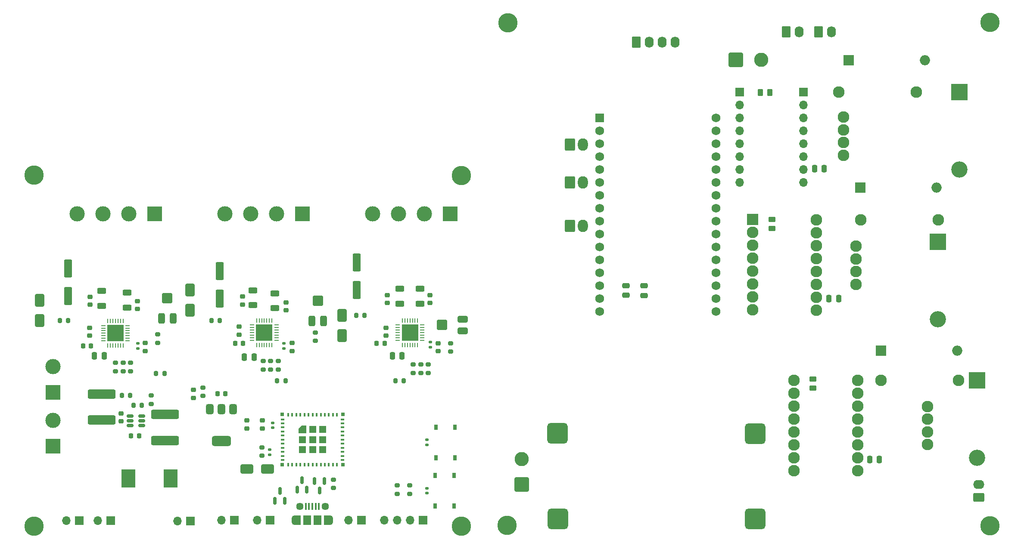
<source format=gbr>
%TF.GenerationSoftware,KiCad,Pcbnew,9.0.0*%
%TF.CreationDate,2025-05-09T16:36:09-07:00*%
%TF.ProjectId,Motor_Controller_Board_v1,4d6f746f-725f-4436-9f6e-74726f6c6c65,v1*%
%TF.SameCoordinates,Original*%
%TF.FileFunction,Soldermask,Top*%
%TF.FilePolarity,Negative*%
%FSLAX46Y46*%
G04 Gerber Fmt 4.6, Leading zero omitted, Abs format (unit mm)*
G04 Created by KiCad (PCBNEW 9.0.0) date 2025-05-09 16:36:09*
%MOMM*%
%LPD*%
G01*
G04 APERTURE LIST*
G04 Aperture macros list*
%AMRoundRect*
0 Rectangle with rounded corners*
0 $1 Rounding radius*
0 $2 $3 $4 $5 $6 $7 $8 $9 X,Y pos of 4 corners*
0 Add a 4 corners polygon primitive as box body*
4,1,4,$2,$3,$4,$5,$6,$7,$8,$9,$2,$3,0*
0 Add four circle primitives for the rounded corners*
1,1,$1+$1,$2,$3*
1,1,$1+$1,$4,$5*
1,1,$1+$1,$6,$7*
1,1,$1+$1,$8,$9*
0 Add four rect primitives between the rounded corners*
20,1,$1+$1,$2,$3,$4,$5,0*
20,1,$1+$1,$4,$5,$6,$7,0*
20,1,$1+$1,$6,$7,$8,$9,0*
20,1,$1+$1,$8,$9,$2,$3,0*%
%AMFreePoly0*
4,1,6,0.725000,-0.725000,-0.725000,-0.725000,-0.725000,0.125000,-0.125000,0.725000,0.725000,0.725000,0.725000,-0.725000,0.725000,-0.725000,$1*%
G04 Aperture macros list end*
%ADD10R,0.750000X1.000000*%
%ADD11RoundRect,0.150000X0.150000X-0.587500X0.150000X0.587500X-0.150000X0.587500X-0.150000X-0.587500X0*%
%ADD12RoundRect,0.225000X-0.250000X0.225000X-0.250000X-0.225000X0.250000X-0.225000X0.250000X0.225000X0*%
%ADD13RoundRect,0.225000X0.250000X-0.225000X0.250000X0.225000X-0.250000X0.225000X-0.250000X-0.225000X0*%
%ADD14RoundRect,0.250000X0.550000X-1.500000X0.550000X1.500000X-0.550000X1.500000X-0.550000X-1.500000X0*%
%ADD15RoundRect,0.140000X0.170000X-0.140000X0.170000X0.140000X-0.170000X0.140000X-0.170000X-0.140000X0*%
%ADD16RoundRect,0.250000X-0.750000X0.400000X-0.750000X-0.400000X0.750000X-0.400000X0.750000X0.400000X0*%
%ADD17RoundRect,0.250000X-0.750000X0.750000X-0.750000X-0.750000X0.750000X-0.750000X0.750000X0.750000X0*%
%ADD18RoundRect,0.250000X0.400000X0.750000X-0.400000X0.750000X-0.400000X-0.750000X0.400000X-0.750000X0*%
%ADD19RoundRect,0.250000X0.750000X0.750000X-0.750000X0.750000X-0.750000X-0.750000X0.750000X-0.750000X0*%
%ADD20R,3.000000X3.000000*%
%ADD21C,3.000000*%
%ADD22RoundRect,0.250000X-1.000000X-0.650000X1.000000X-0.650000X1.000000X0.650000X-1.000000X0.650000X0*%
%ADD23RoundRect,0.225000X-0.225000X-0.250000X0.225000X-0.250000X0.225000X0.250000X-0.225000X0.250000X0*%
%ADD24RoundRect,0.200000X0.200000X0.275000X-0.200000X0.275000X-0.200000X-0.275000X0.200000X-0.275000X0*%
%ADD25R,1.700000X1.700000*%
%ADD26O,1.700000X1.700000*%
%ADD27C,3.800000*%
%ADD28RoundRect,0.200000X0.275000X-0.200000X0.275000X0.200000X-0.275000X0.200000X-0.275000X-0.200000X0*%
%ADD29RoundRect,0.200000X-0.275000X0.200000X-0.275000X-0.200000X0.275000X-0.200000X0.275000X0.200000X0*%
%ADD30RoundRect,0.250000X2.450000X-0.650000X2.450000X0.650000X-2.450000X0.650000X-2.450000X-0.650000X0*%
%ADD31RoundRect,0.218750X0.256250X-0.218750X0.256250X0.218750X-0.256250X0.218750X-0.256250X-0.218750X0*%
%ADD32RoundRect,0.250000X0.625000X-0.312500X0.625000X0.312500X-0.625000X0.312500X-0.625000X-0.312500X0*%
%ADD33RoundRect,0.250000X0.250000X0.475000X-0.250000X0.475000X-0.250000X-0.475000X0.250000X-0.475000X0*%
%ADD34RoundRect,0.140000X-0.170000X0.140000X-0.170000X-0.140000X0.170000X-0.140000X0.170000X0.140000X0*%
%ADD35RoundRect,0.250000X0.650000X-1.000000X0.650000X1.000000X-0.650000X1.000000X-0.650000X-1.000000X0*%
%ADD36RoundRect,0.200000X-0.200000X-0.275000X0.200000X-0.275000X0.200000X0.275000X-0.200000X0.275000X0*%
%ADD37RoundRect,0.062500X-0.387500X-0.062500X0.387500X-0.062500X0.387500X0.062500X-0.387500X0.062500X0*%
%ADD38RoundRect,0.062500X-0.062500X-0.387500X0.062500X-0.387500X0.062500X0.387500X-0.062500X0.387500X0*%
%ADD39R,3.250000X3.250000*%
%ADD40RoundRect,0.225000X0.225000X0.250000X-0.225000X0.250000X-0.225000X-0.250000X0.225000X-0.250000X0*%
%ADD41R,2.700000X3.600000*%
%ADD42R,0.400000X1.350000*%
%ADD43O,1.200000X1.900000*%
%ADD44R,1.200000X1.900000*%
%ADD45C,1.450000*%
%ADD46R,1.500000X1.900000*%
%ADD47RoundRect,0.375000X-0.375000X0.625000X-0.375000X-0.625000X0.375000X-0.625000X0.375000X0.625000X0*%
%ADD48RoundRect,0.500000X-1.400000X0.500000X-1.400000X-0.500000X1.400000X-0.500000X1.400000X0.500000X0*%
%ADD49RoundRect,0.150000X0.512500X0.150000X-0.512500X0.150000X-0.512500X-0.150000X0.512500X-0.150000X0*%
%ADD50RoundRect,0.150000X-0.150000X0.587500X-0.150000X-0.587500X0.150000X-0.587500X0.150000X0.587500X0*%
%ADD51R,0.800000X0.400000*%
%ADD52R,0.400000X0.800000*%
%ADD53FreePoly0,0.000000*%
%ADD54R,1.450000X1.450000*%
%ADD55R,0.700000X0.700000*%
%ADD56RoundRect,0.250000X-0.650000X1.000000X-0.650000X-1.000000X0.650000X-1.000000X0.650000X1.000000X0*%
%ADD57O,2.286000X2.286000*%
%ADD58RoundRect,0.250000X0.845000X-0.620000X0.845000X0.620000X-0.845000X0.620000X-0.845000X-0.620000X0*%
%ADD59O,2.190000X1.740000*%
%ADD60RoundRect,0.250001X-1.149999X-1.149999X1.149999X-1.149999X1.149999X1.149999X-1.149999X1.149999X0*%
%ADD61C,2.800000*%
%ADD62RoundRect,0.250000X-0.620000X-0.845000X0.620000X-0.845000X0.620000X0.845000X-0.620000X0.845000X0*%
%ADD63O,1.740000X2.190000*%
%ADD64R,2.286000X2.286000*%
%ADD65RoundRect,0.250001X1.149999X-1.149999X1.149999X1.149999X-1.149999X1.149999X-1.149999X-1.149999X0*%
%ADD66R,3.200000X3.200000*%
%ADD67O,3.200000X3.200000*%
%ADD68R,2.000000X2.000000*%
%ADD69O,2.000000X2.000000*%
%ADD70RoundRect,0.286494X-0.710506X-0.935506X0.710506X-0.935506X0.710506X0.935506X-0.710506X0.935506X0*%
%ADD71O,1.994000X2.444000*%
%ADD72RoundRect,0.250000X-0.262500X-0.450000X0.262500X-0.450000X0.262500X0.450000X-0.262500X0.450000X0*%
%ADD73RoundRect,0.250000X-0.450000X0.262500X-0.450000X-0.262500X0.450000X-0.262500X0.450000X0.262500X0*%
%ADD74RoundRect,0.600000X-1.400000X-1.400000X1.400000X-1.400000X1.400000X1.400000X-1.400000X1.400000X0*%
%ADD75RoundRect,0.250000X0.475000X-0.250000X0.475000X0.250000X-0.475000X0.250000X-0.475000X-0.250000X0*%
%ADD76RoundRect,0.102000X-0.762000X-0.762000X0.762000X-0.762000X0.762000X0.762000X-0.762000X0.762000X0*%
%ADD77C,1.728000*%
G04 APERTURE END LIST*
D10*
%TO.C,SW301*%
X131180000Y-121500000D03*
X131180000Y-127500000D03*
X127430000Y-121500000D03*
X127430000Y-127500000D03*
%TD*%
D11*
%TO.C,D304*%
X95830000Y-135950000D03*
X97730000Y-135950000D03*
X96780000Y-134075000D03*
%TD*%
D12*
%TO.C,C424*%
X88780000Y-101725000D03*
X88780000Y-103275000D03*
%TD*%
D13*
%TO.C,C206*%
X90330000Y-121725000D03*
X90330000Y-120175000D03*
%TD*%
D14*
%TO.C,C407*%
X111875000Y-94500000D03*
X111875000Y-89100000D03*
%TD*%
D15*
%TO.C,C409*%
X68880000Y-105980000D03*
X68880000Y-105020000D03*
%TD*%
D16*
%TO.C,RV401*%
X132680000Y-100250000D03*
D17*
X128680000Y-101400000D03*
D16*
X132680000Y-102550000D03*
%TD*%
D18*
%TO.C,RV402*%
X75830000Y-100100000D03*
D19*
X74680000Y-96100000D03*
D18*
X73530000Y-100100000D03*
%TD*%
D20*
%TO.C,J401*%
X130230000Y-79500000D03*
D21*
X125150000Y-79500000D03*
X120070000Y-79500000D03*
X114990000Y-79500000D03*
%TD*%
D22*
%TO.C,D303*%
X90330000Y-129700000D03*
X94330000Y-129700000D03*
%TD*%
D23*
%TO.C,C205*%
X84555000Y-114950000D03*
X86105000Y-114950000D03*
%TD*%
D24*
%TO.C,R410*%
X55185000Y-100500000D03*
X53535000Y-100500000D03*
%TD*%
D12*
%TO.C,C408*%
X117610000Y-101950000D03*
X117610000Y-103500000D03*
%TD*%
D25*
%TO.C,J301*%
X124900000Y-139775000D03*
D26*
X122360000Y-139775000D03*
X119820000Y-139775000D03*
X117280000Y-139775000D03*
%TD*%
D27*
%TO.C,H201*%
X132480000Y-72000000D03*
%TD*%
%TO.C,H204*%
X48480000Y-71920000D03*
%TD*%
D15*
%TO.C,C417*%
X97580000Y-105980000D03*
X97580000Y-105020000D03*
%TD*%
D27*
%TO.C,H203*%
X48480000Y-141000000D03*
%TD*%
D11*
%TO.C,D301*%
X100180000Y-133825000D03*
X102080000Y-133825000D03*
X101130000Y-131950000D03*
%TD*%
D28*
%TO.C,R406*%
X123000000Y-110825000D03*
X123000000Y-109175000D03*
%TD*%
D20*
%TO.C,J403*%
X101230000Y-79500000D03*
D21*
X96150000Y-79500000D03*
X91070000Y-79500000D03*
X85990000Y-79500000D03*
%TD*%
D29*
%TO.C,R407*%
X72780000Y-103250000D03*
X72780000Y-104900000D03*
%TD*%
D25*
%TO.C,J304*%
X94860000Y-139775000D03*
D26*
X92320000Y-139775000D03*
%TD*%
D25*
%TO.C,J206*%
X63580000Y-139900000D03*
D26*
X61040000Y-139900000D03*
%TD*%
D15*
%TO.C,C401*%
X126360000Y-105730000D03*
X126360000Y-104770000D03*
%TD*%
D29*
%TO.C,R203*%
X71480000Y-115275000D03*
X71480000Y-116925000D03*
%TD*%
%TO.C,R201*%
X81680000Y-113710000D03*
X81680000Y-115360000D03*
%TD*%
D30*
%TO.C,C204*%
X74180000Y-124100000D03*
X74180000Y-119000000D03*
%TD*%
D31*
%TO.C,D201*%
X79830000Y-115737500D03*
X79830000Y-114162500D03*
%TD*%
D29*
%TO.C,R302*%
X122330000Y-132950000D03*
X122330000Y-134600000D03*
%TD*%
%TO.C,R412*%
X103780000Y-102850000D03*
X103780000Y-104500000D03*
%TD*%
D32*
%TO.C,R421*%
X91480000Y-97500000D03*
X91480000Y-94575000D03*
%TD*%
D25*
%TO.C,J305*%
X87860000Y-139775000D03*
D26*
X85320000Y-139775000D03*
%TD*%
D33*
%TO.C,C412*%
X62260000Y-107500000D03*
X60360000Y-107500000D03*
%TD*%
D34*
%TO.C,C304*%
X94752000Y-125950000D03*
X94752000Y-126910000D03*
%TD*%
D25*
%TO.C,J303*%
X112820000Y-139775000D03*
D26*
X110280000Y-139775000D03*
%TD*%
D14*
%TO.C,C415*%
X55180000Y-95700000D03*
X55180000Y-90300000D03*
%TD*%
D32*
%TO.C,R420*%
X95770000Y-98100000D03*
X95770000Y-95175000D03*
%TD*%
D34*
%TO.C,C301*%
X95340000Y-120645000D03*
X95340000Y-121605000D03*
%TD*%
D30*
%TO.C,C202*%
X61780000Y-120100000D03*
X61780000Y-115000000D03*
%TD*%
D35*
%TO.C,D403*%
X79110000Y-98500000D03*
X79110000Y-94500000D03*
%TD*%
D12*
%TO.C,C421*%
X89480000Y-95795000D03*
X89480000Y-97345000D03*
%TD*%
D33*
%TO.C,C404*%
X120810000Y-107500000D03*
X118910000Y-107500000D03*
%TD*%
D32*
%TO.C,R404*%
X124360000Y-97212500D03*
X124360000Y-94287500D03*
%TD*%
D36*
%TO.C,R202*%
X65730000Y-115250000D03*
X67380000Y-115250000D03*
%TD*%
D29*
%TO.C,R401*%
X130380000Y-104975000D03*
X130380000Y-106625000D03*
%TD*%
D25*
%TO.C,J207*%
X57355000Y-139900000D03*
D26*
X54815000Y-139900000D03*
%TD*%
D37*
%TO.C,U401*%
X119960000Y-101400000D03*
X119960000Y-101900000D03*
X119960000Y-102400000D03*
X119960000Y-102900000D03*
X119960000Y-103400000D03*
X119960000Y-103900000D03*
X119960000Y-104400000D03*
D38*
X120860000Y-105300000D03*
X121360000Y-105300000D03*
X121860000Y-105300000D03*
X122360000Y-105300000D03*
X122860000Y-105300000D03*
X123360000Y-105300000D03*
X123860000Y-105300000D03*
D37*
X124760000Y-104400000D03*
X124760000Y-103900000D03*
X124760000Y-103400000D03*
X124760000Y-102900000D03*
X124760000Y-102400000D03*
X124760000Y-101900000D03*
X124760000Y-101400000D03*
D38*
X123860000Y-100500000D03*
X123360000Y-100500000D03*
X122860000Y-100500000D03*
X122360000Y-100500000D03*
X121860000Y-100500000D03*
X121360000Y-100500000D03*
X120860000Y-100500000D03*
D39*
X122360000Y-102900000D03*
%TD*%
D29*
%TO.C,R303*%
X119820000Y-132950000D03*
X119820000Y-134600000D03*
%TD*%
D40*
%TO.C,C411*%
X59655000Y-105500000D03*
X58105000Y-105500000D03*
%TD*%
D20*
%TO.C,J203*%
X52180000Y-114640000D03*
D21*
X52180000Y-109560000D03*
%TD*%
D41*
%TO.C,L201*%
X67030000Y-131550000D03*
X75330000Y-131550000D03*
%TD*%
D42*
%TO.C,J302*%
X101880000Y-137075000D03*
X102530000Y-137075000D03*
X103180000Y-137075000D03*
X103830000Y-137075000D03*
X104480000Y-137075000D03*
D43*
X99680000Y-139775000D03*
D44*
X100280000Y-139775000D03*
D45*
X100680000Y-137075000D03*
D46*
X102180000Y-139775000D03*
X104180000Y-139775000D03*
D45*
X105680000Y-137075000D03*
D44*
X106080000Y-139775000D03*
D43*
X106680000Y-139775000D03*
%TD*%
D40*
%TO.C,C419*%
X89530000Y-105000000D03*
X87980000Y-105000000D03*
%TD*%
D35*
%TO.C,D402*%
X49580000Y-100500000D03*
X49580000Y-96500000D03*
%TD*%
D12*
%TO.C,C406*%
X126300000Y-95505000D03*
X126300000Y-97055000D03*
%TD*%
D28*
%TO.C,R423*%
X96480000Y-110150000D03*
X96480000Y-108500000D03*
%TD*%
D12*
%TO.C,C422*%
X97980000Y-96950000D03*
X97980000Y-98500000D03*
%TD*%
D28*
%TO.C,R422*%
X93480000Y-110150000D03*
X93480000Y-108500000D03*
%TD*%
D24*
%TO.C,R409*%
X121130000Y-112400000D03*
X119480000Y-112400000D03*
%TD*%
D47*
%TO.C,U202*%
X87630000Y-117950000D03*
X85330000Y-117950000D03*
D48*
X85330000Y-124250000D03*
D47*
X83030000Y-117950000D03*
%TD*%
D49*
%TO.C,U201*%
X69605000Y-121200000D03*
X69605000Y-120250000D03*
X69605000Y-119300000D03*
X67330000Y-119300000D03*
X67330000Y-120250000D03*
X67330000Y-121200000D03*
%TD*%
D34*
%TO.C,C305*%
X125680000Y-133500000D03*
X125680000Y-134460000D03*
%TD*%
D37*
%TO.C,U403*%
X91330000Y-101400000D03*
X91330000Y-101900000D03*
X91330000Y-102400000D03*
X91330000Y-102900000D03*
X91330000Y-103400000D03*
X91330000Y-103900000D03*
X91330000Y-104400000D03*
D38*
X92230000Y-105300000D03*
X92730000Y-105300000D03*
X93230000Y-105300000D03*
X93730000Y-105300000D03*
X94230000Y-105300000D03*
X94730000Y-105300000D03*
X95230000Y-105300000D03*
D37*
X96130000Y-104400000D03*
X96130000Y-103900000D03*
X96130000Y-103400000D03*
X96130000Y-102900000D03*
X96130000Y-102400000D03*
X96130000Y-101900000D03*
X96130000Y-101400000D03*
D38*
X95230000Y-100500000D03*
X94730000Y-100500000D03*
X94230000Y-100500000D03*
X93730000Y-100500000D03*
X93230000Y-100500000D03*
X92730000Y-100500000D03*
X92230000Y-100500000D03*
D39*
X93730000Y-102900000D03*
%TD*%
D20*
%TO.C,J402*%
X72220000Y-79500000D03*
D21*
X67140000Y-79500000D03*
X62060000Y-79500000D03*
X56980000Y-79500000D03*
%TD*%
D37*
%TO.C,U402*%
X62080000Y-101500000D03*
X62080000Y-102000000D03*
X62080000Y-102500000D03*
X62080000Y-103000000D03*
X62080000Y-103500000D03*
X62080000Y-104000000D03*
X62080000Y-104500000D03*
D38*
X62980000Y-105400000D03*
X63480000Y-105400000D03*
X63980000Y-105400000D03*
X64480000Y-105400000D03*
X64980000Y-105400000D03*
X65480000Y-105400000D03*
X65980000Y-105400000D03*
D37*
X66880000Y-104500000D03*
X66880000Y-104000000D03*
X66880000Y-103500000D03*
X66880000Y-103000000D03*
X66880000Y-102500000D03*
X66880000Y-102000000D03*
X66880000Y-101500000D03*
D38*
X65980000Y-100600000D03*
X65480000Y-100600000D03*
X64980000Y-100600000D03*
X64480000Y-100600000D03*
X63980000Y-100600000D03*
X63480000Y-100600000D03*
X62980000Y-100600000D03*
D39*
X64480000Y-103000000D03*
%TD*%
D12*
%TO.C,C405*%
X117910000Y-95495000D03*
X117910000Y-97045000D03*
%TD*%
D50*
%TO.C,D302*%
X105530000Y-132075000D03*
X103630000Y-132075000D03*
X104580000Y-133950000D03*
%TD*%
D12*
%TO.C,C416*%
X59360000Y-101950000D03*
X59360000Y-103500000D03*
%TD*%
D32*
%TO.C,R413*%
X66780000Y-97937500D03*
X66780000Y-95012500D03*
%TD*%
D28*
%TO.C,R304*%
X107330000Y-133450000D03*
X107330000Y-131800000D03*
%TD*%
D36*
%TO.C,R424*%
X72455000Y-110900000D03*
X74105000Y-110900000D03*
%TD*%
D23*
%TO.C,C201*%
X67555000Y-123200000D03*
X69105000Y-123200000D03*
%TD*%
D51*
%TO.C,U301*%
X97330000Y-119950000D03*
X97330000Y-120750000D03*
X97330000Y-121550000D03*
X97330000Y-122350000D03*
X97330000Y-123150000D03*
X97330000Y-123950000D03*
X97330000Y-124750000D03*
X97330000Y-125550000D03*
X97330000Y-126350000D03*
X97330000Y-127150000D03*
X97330000Y-127950000D03*
D52*
X98430000Y-128850000D03*
X99230000Y-128850000D03*
X100030000Y-128850000D03*
X100830000Y-128850000D03*
X101630000Y-128850000D03*
X102430000Y-128850000D03*
X103230000Y-128850000D03*
X104030000Y-128850000D03*
X104830000Y-128850000D03*
X105630000Y-128850000D03*
X106430000Y-128850000D03*
X107230000Y-128850000D03*
X108030000Y-128850000D03*
D51*
X109130000Y-127950000D03*
X109130000Y-127150000D03*
X109130000Y-126350000D03*
X109130000Y-125550000D03*
X109130000Y-124750000D03*
X109130000Y-123950000D03*
X109130000Y-123150000D03*
X109130000Y-122350000D03*
X109130000Y-121550000D03*
X109130000Y-120750000D03*
X109130000Y-119950000D03*
D52*
X108030000Y-119050000D03*
X107230000Y-119050000D03*
X106430000Y-119050000D03*
X105630000Y-119050000D03*
X104830000Y-119050000D03*
X104030000Y-119050000D03*
X103230000Y-119050000D03*
X102430000Y-119050000D03*
X101630000Y-119050000D03*
X100830000Y-119050000D03*
X100030000Y-119050000D03*
X99230000Y-119050000D03*
X98430000Y-119050000D03*
D53*
X101255000Y-121975000D03*
D54*
X101255000Y-123950000D03*
X101255000Y-125925000D03*
X103230000Y-121975000D03*
X103230000Y-123950000D03*
X103230000Y-125925000D03*
X105205000Y-121975000D03*
X105205000Y-123950000D03*
X105205000Y-125925000D03*
D55*
X109180000Y-119000000D03*
X109180000Y-128900000D03*
X97280000Y-128900000D03*
X97280000Y-119000000D03*
%TD*%
D13*
%TO.C,C302*%
X93330000Y-121725000D03*
X93330000Y-120175000D03*
%TD*%
D34*
%TO.C,C303*%
X125680000Y-124000000D03*
X125680000Y-124960000D03*
%TD*%
D36*
%TO.C,R204*%
X68005000Y-117200000D03*
X69655000Y-117200000D03*
%TD*%
D27*
%TO.C,H202*%
X132480000Y-141000000D03*
%TD*%
D28*
%TO.C,R301*%
X93252000Y-127100000D03*
X93252000Y-125450000D03*
%TD*%
%TO.C,R416*%
X67480000Y-110500000D03*
X67480000Y-108850000D03*
%TD*%
D32*
%TO.C,R405*%
X120360000Y-97212500D03*
X120360000Y-94287500D03*
%TD*%
D20*
%TO.C,J201*%
X52180000Y-125200000D03*
D21*
X52180000Y-120120000D03*
%TD*%
D10*
%TO.C,SW302*%
X131055000Y-131000000D03*
X131055000Y-137000000D03*
X127305000Y-131000000D03*
X127305000Y-137000000D03*
%TD*%
D12*
%TO.C,C410*%
X70360000Y-104950000D03*
X70360000Y-106500000D03*
%TD*%
D28*
%TO.C,R408*%
X125980000Y-110825000D03*
X125980000Y-109175000D03*
%TD*%
D24*
%TO.C,R417*%
X84980000Y-100500000D03*
X83330000Y-100500000D03*
%TD*%
D18*
%TO.C,RV403*%
X105380000Y-100600000D03*
D19*
X104230000Y-96600000D03*
D18*
X103080000Y-100600000D03*
%TD*%
D12*
%TO.C,C414*%
X68780000Y-96700000D03*
X68780000Y-98250000D03*
%TD*%
D28*
%TO.C,R418*%
X94980000Y-110150000D03*
X94980000Y-108500000D03*
%TD*%
D12*
%TO.C,C203*%
X65580000Y-118775000D03*
X65580000Y-120325000D03*
%TD*%
%TO.C,C402*%
X127860000Y-105000000D03*
X127860000Y-106550000D03*
%TD*%
D36*
%TO.C,R419*%
X96230000Y-112400000D03*
X97880000Y-112400000D03*
%TD*%
D28*
%TO.C,R411*%
X65980000Y-110500000D03*
X65980000Y-108850000D03*
%TD*%
D56*
%TO.C,D401*%
X109030000Y-99475000D03*
X109030000Y-103475000D03*
%TD*%
D32*
%TO.C,R414*%
X61780000Y-97632500D03*
X61780000Y-94707500D03*
%TD*%
D28*
%TO.C,R415*%
X64480000Y-110500000D03*
X64480000Y-108850000D03*
%TD*%
D25*
%TO.C,J202*%
X79180000Y-139950000D03*
D26*
X76640000Y-139950000D03*
%TD*%
D40*
%TO.C,C403*%
X117360000Y-105000000D03*
X115810000Y-105000000D03*
%TD*%
D12*
%TO.C,C418*%
X99230000Y-104950000D03*
X99230000Y-106500000D03*
%TD*%
D14*
%TO.C,C423*%
X84980000Y-96200000D03*
X84980000Y-90800000D03*
%TD*%
D12*
%TO.C,C413*%
X59510000Y-95870000D03*
X59510000Y-97420000D03*
%TD*%
D24*
%TO.C,R402*%
X113435000Y-99500000D03*
X111785000Y-99500000D03*
%TD*%
D28*
%TO.C,R403*%
X124480000Y-110825000D03*
X124480000Y-109175000D03*
%TD*%
D33*
%TO.C,C420*%
X91730000Y-107750000D03*
X89830000Y-107750000D03*
%TD*%
D57*
%TO.C,J26*%
X209979351Y-85889228D03*
X209979351Y-88389228D03*
X209979351Y-90889228D03*
X209979351Y-93389228D03*
%TD*%
D58*
%TO.C,J4*%
X234139351Y-135309228D03*
D59*
X234139351Y-132769228D03*
%TD*%
D60*
%TO.C,J6*%
X186393351Y-49229228D03*
D61*
X191393351Y-49229228D03*
%TD*%
D62*
%TO.C,J2*%
X166799351Y-45757228D03*
D63*
X169339351Y-45757228D03*
X171879351Y-45757228D03*
X174419351Y-45757228D03*
%TD*%
D57*
%TO.C,U1*%
X202249351Y-90839228D03*
X202249351Y-93379228D03*
X202249351Y-88299228D03*
X202249351Y-85759228D03*
X189699351Y-83199228D03*
X189699351Y-85739228D03*
X189699351Y-88279228D03*
X189699351Y-98439228D03*
D64*
X189699351Y-80659228D03*
D57*
X202249351Y-98459228D03*
X202249351Y-83219228D03*
X189699351Y-90819228D03*
X189699351Y-93359228D03*
X189699351Y-95899228D03*
X202249351Y-95919228D03*
X202249351Y-80679228D03*
%TD*%
D65*
%TO.C,J1*%
X144284351Y-132801728D03*
D61*
X144284351Y-127801728D03*
%TD*%
D66*
%TO.C,D3*%
X230339351Y-55519228D03*
D67*
X230339351Y-70759228D03*
%TD*%
D68*
%TO.C,C4*%
X214922601Y-106409228D03*
D69*
X229922601Y-106409228D03*
%TD*%
D68*
%TO.C,C3*%
X210857351Y-74349228D03*
D69*
X225857351Y-74349228D03*
%TD*%
D70*
%TO.C,J15*%
X153789351Y-73369228D03*
D71*
X156329351Y-73369228D03*
%TD*%
D72*
%TO.C,REF\u002A\u002A*%
X191264351Y-55659228D03*
X193089351Y-55659228D03*
%TD*%
D57*
%TO.C,U3*%
X210337351Y-122485228D03*
X210337351Y-125025228D03*
X210337351Y-119945228D03*
X210337351Y-117405228D03*
X197787351Y-114845228D03*
X197787351Y-117385228D03*
X197787351Y-119925228D03*
X197787351Y-130085228D03*
X197787351Y-112305228D03*
X210337351Y-130105228D03*
X210337351Y-114865228D03*
X197787351Y-122465228D03*
X197787351Y-125005228D03*
X197787351Y-127545228D03*
X210337351Y-127565228D03*
X210337351Y-112325228D03*
%TD*%
D70*
%TO.C,J14*%
X153789351Y-65869228D03*
D71*
X156329351Y-65869228D03*
%TD*%
D73*
%TO.C,REF\u002A\u002A*%
X201539351Y-111996728D03*
X201539351Y-113821728D03*
%TD*%
D27*
%TO.C,REF\u002A\u002A*%
X236339351Y-140879228D03*
%TD*%
%TO.C,REF\u002A\u002A*%
X236339351Y-41879228D03*
%TD*%
D66*
%TO.C,D1*%
X233823601Y-112305228D03*
D67*
X233823601Y-127545228D03*
%TD*%
D68*
%TO.C,C2*%
X208575351Y-49313228D03*
D69*
X223575351Y-49313228D03*
%TD*%
D33*
%TO.C,C8*%
X214616601Y-127837228D03*
X212716601Y-127837228D03*
%TD*%
D27*
%TO.C,REF\u002A\u002A*%
X141439351Y-140789228D03*
%TD*%
D62*
%TO.C,J7*%
X202613351Y-43725228D03*
D63*
X205153351Y-43725228D03*
%TD*%
D57*
%TO.C,J10*%
X224097351Y-117422728D03*
X224097351Y-119922728D03*
X224097351Y-122422728D03*
X224097351Y-124922728D03*
%TD*%
D74*
%TO.C,U4*%
X151376851Y-122676728D03*
X151426851Y-139551728D03*
X190176851Y-122751728D03*
X190226851Y-139551728D03*
%TD*%
D27*
%TO.C,REF\u002A\u002A*%
X141649351Y-41889228D03*
%TD*%
D57*
%TO.C,R8*%
X214898601Y-112305228D03*
X230138601Y-112305228D03*
%TD*%
D75*
%TO.C,C1*%
X164779351Y-95549228D03*
X164779351Y-93649228D03*
%TD*%
D76*
%TO.C,U2*%
X159619351Y-60669228D03*
D77*
X159619351Y-63209228D03*
X159619351Y-65749228D03*
X159619351Y-68289228D03*
X159619351Y-70829228D03*
X159619351Y-73369228D03*
X159619351Y-75909228D03*
X159619351Y-78449228D03*
X159619351Y-80989228D03*
X159619351Y-83529228D03*
X159619351Y-86069228D03*
X159619351Y-88609228D03*
X159619351Y-91149228D03*
X159619351Y-93689228D03*
X159619351Y-96229228D03*
X159619351Y-98769228D03*
X182479351Y-60669228D03*
X182479351Y-63209228D03*
X182479351Y-65749228D03*
X182479351Y-68289228D03*
X182479351Y-70829228D03*
X182479351Y-73369228D03*
X182479351Y-75909228D03*
X182479351Y-78449228D03*
X182479351Y-80989228D03*
X182479351Y-83529228D03*
X182479351Y-86069228D03*
X182479351Y-88609228D03*
X182479351Y-91149228D03*
X182479351Y-93689228D03*
X182479351Y-96229228D03*
X182479351Y-98769228D03*
%TD*%
D66*
%TO.C,D2*%
X226149351Y-85019228D03*
D67*
X226149351Y-100259228D03*
%TD*%
D57*
%TO.C,J5*%
X207529351Y-60494228D03*
X207529351Y-62994228D03*
X207529351Y-65494228D03*
X207529351Y-67994228D03*
%TD*%
D62*
%TO.C,J8*%
X196263351Y-43725228D03*
D63*
X198803351Y-43725228D03*
%TD*%
D57*
%TO.C,R10*%
X206634351Y-55544228D03*
X221874351Y-55544228D03*
%TD*%
D33*
%TO.C,C6*%
X203751351Y-70649228D03*
X201851351Y-70649228D03*
%TD*%
D75*
%TO.C,C5*%
X168389351Y-95569228D03*
X168389351Y-93669228D03*
%TD*%
D57*
%TO.C,R9*%
X210939351Y-80669228D03*
X226179351Y-80669228D03*
%TD*%
D70*
%TO.C,J21*%
X153789351Y-81869228D03*
D71*
X156329351Y-81869228D03*
%TD*%
D33*
%TO.C,C7*%
X206607351Y-96193228D03*
X204707351Y-96193228D03*
%TD*%
D73*
%TO.C,REF\u002A\u002A*%
X193539351Y-80596728D03*
X193539351Y-82421728D03*
%TD*%
D26*
%TO.C,U5*%
X199689351Y-65759228D03*
X199689351Y-68299228D03*
X199689351Y-63219228D03*
X199689351Y-60679228D03*
X187139351Y-58119228D03*
X187139351Y-60659228D03*
X187139351Y-63199228D03*
X187139351Y-73359228D03*
D25*
X187139351Y-55579228D03*
D26*
X199689351Y-73379228D03*
X199689351Y-58139228D03*
X187139351Y-65739228D03*
X187139351Y-68279228D03*
X187139351Y-70819228D03*
X199689351Y-70839228D03*
D25*
X199689351Y-55599228D03*
%TD*%
M02*

</source>
